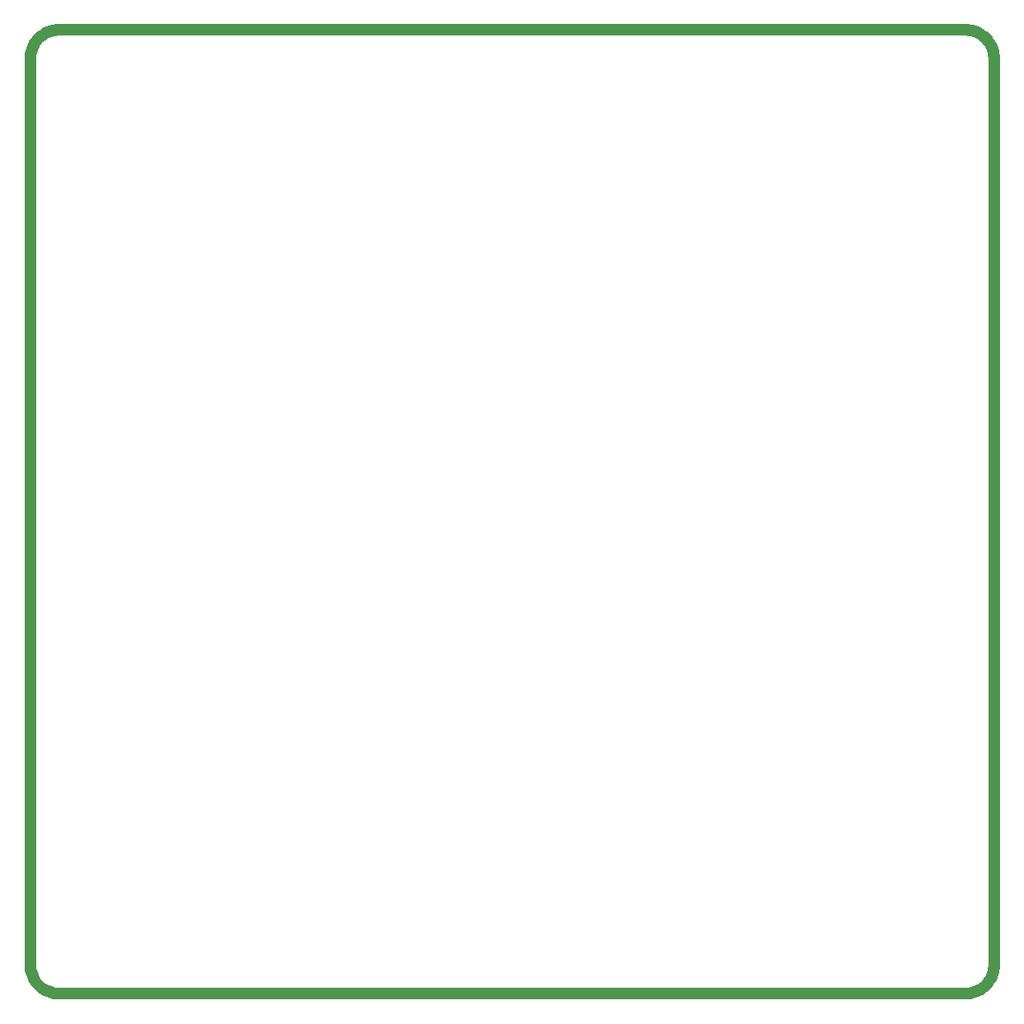
<source format=gko>
G04*
G04 #@! TF.GenerationSoftware,Altium Limited,Altium Designer,20.0.13 (296)*
G04*
G04 Layer_Color=16711935*
%FSLAX25Y25*%
%MOIN*%
G70*
G01*
G75*
%ADD69C,0.04724*%
D69*
Y11811D02*
X40Y10836D01*
X161Y9867D01*
X361Y8912D01*
X640Y7976D01*
X995Y7067D01*
X1424Y6190D01*
X1923Y5351D01*
X2490Y4557D01*
X3121Y3812D01*
X3812Y3121D01*
X4557Y2490D01*
X5351Y1923D01*
X6190Y1424D01*
X7067Y995D01*
X7976Y640D01*
X8912Y361D01*
X9867Y161D01*
X10836Y40D01*
X11811Y0D01*
X377953D02*
X378928Y40D01*
X379897Y161D01*
X380852Y361D01*
X381788Y640D01*
X382697Y995D01*
X383574Y1424D01*
X384413Y1923D01*
X385207Y2490D01*
X385952Y3121D01*
X386642Y3812D01*
X387273Y4557D01*
X387841Y5351D01*
X388340Y6190D01*
X388769Y7067D01*
X389124Y7976D01*
X389402Y8912D01*
X389603Y9867D01*
X389723Y10836D01*
X389764Y11811D01*
Y377953D02*
X389723Y378928D01*
X389603Y379897D01*
X389402Y380852D01*
X389124Y381788D01*
X388769Y382697D01*
X388340Y383574D01*
X387841Y384413D01*
X387273Y385207D01*
X386642Y385952D01*
X385952Y386642D01*
X385207Y387273D01*
X384413Y387841D01*
X383574Y388340D01*
X382697Y388769D01*
X381788Y389124D01*
X380852Y389402D01*
X379897Y389603D01*
X378928Y389723D01*
X377953Y389764D01*
X11811D02*
X10836Y389723D01*
X9867Y389603D01*
X8912Y389402D01*
X7976Y389124D01*
X7067Y388769D01*
X6190Y388340D01*
X5351Y387841D01*
X4557Y387273D01*
X3812Y386642D01*
X3121Y385952D01*
X2490Y385207D01*
X1923Y384413D01*
X1424Y383574D01*
X995Y382697D01*
X640Y381788D01*
X361Y380852D01*
X161Y379897D01*
X40Y378928D01*
X0Y377953D01*
X11811Y0D02*
X377953D01*
X389764Y11811D02*
Y377953D01*
X11811Y389764D02*
X377953D01*
X0Y11811D02*
Y377953D01*
M02*

</source>
